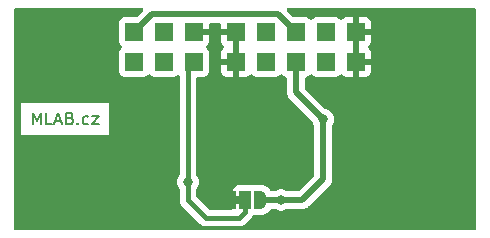
<source format=gbr>
%TF.GenerationSoftware,KiCad,Pcbnew,7.0.5.1-1-g8f565ef7f0-dirty-deb11*%
%TF.CreationDate,2023-07-05T00:47:04+00:00*%
%TF.ProjectId,ALTIMET02,414c5449-4d45-4543-9032-2e6b69636164,rev?*%
%TF.SameCoordinates,Original*%
%TF.FileFunction,Copper,L1,Top*%
%TF.FilePolarity,Positive*%
%FSLAX46Y46*%
G04 Gerber Fmt 4.6, Leading zero omitted, Abs format (unit mm)*
G04 Created by KiCad (PCBNEW 7.0.5.1-1-g8f565ef7f0-dirty-deb11) date 2023-07-05 00:47:04*
%MOMM*%
%LPD*%
G01*
G04 APERTURE LIST*
G04 Aperture macros list*
%AMFreePoly0*
4,1,19,0.550000,-0.750000,0.000000,-0.750000,0.000000,-0.744911,-0.071157,-0.744911,-0.207708,-0.704816,-0.327430,-0.627875,-0.420627,-0.520320,-0.479746,-0.390866,-0.500000,-0.250000,-0.500000,0.250000,-0.479746,0.390866,-0.420627,0.520320,-0.327430,0.627875,-0.207708,0.704816,-0.071157,0.744911,0.000000,0.744911,0.000000,0.750000,0.550000,0.750000,0.550000,-0.750000,0.550000,-0.750000,
$1*%
%AMFreePoly1*
4,1,19,0.000000,0.744911,0.071157,0.744911,0.207708,0.704816,0.327430,0.627875,0.420627,0.520320,0.479746,0.390866,0.500000,0.250000,0.500000,-0.250000,0.479746,-0.390866,0.420627,-0.520320,0.327430,-0.627875,0.207708,-0.704816,0.071157,-0.744911,0.000000,-0.744911,0.000000,-0.750000,-0.550000,-0.750000,-0.550000,0.750000,0.000000,0.750000,0.000000,0.744911,0.000000,0.744911,
$1*%
G04 Aperture macros list end*
%ADD10C,0.150000*%
%TA.AperFunction,NonConductor*%
%ADD11C,0.150000*%
%TD*%
%TA.AperFunction,ComponentPad*%
%ADD12R,1.524000X1.524000*%
%TD*%
%TA.AperFunction,ComponentPad*%
%ADD13C,6.000000*%
%TD*%
%TA.AperFunction,SMDPad,CuDef*%
%ADD14FreePoly0,0.000000*%
%TD*%
%TA.AperFunction,SMDPad,CuDef*%
%ADD15R,1.000000X1.500000*%
%TD*%
%TA.AperFunction,SMDPad,CuDef*%
%ADD16FreePoly1,0.000000*%
%TD*%
%TA.AperFunction,ViaPad*%
%ADD17C,0.800000*%
%TD*%
%TA.AperFunction,Conductor*%
%ADD18C,0.508000*%
%TD*%
%TA.AperFunction,Conductor*%
%ADD19C,0.400000*%
%TD*%
G04 APERTURE END LIST*
D10*
D11*
X114101905Y-107134819D02*
X114101905Y-106134819D01*
X114101905Y-106134819D02*
X114435238Y-106849104D01*
X114435238Y-106849104D02*
X114768571Y-106134819D01*
X114768571Y-106134819D02*
X114768571Y-107134819D01*
X115720952Y-107134819D02*
X115244762Y-107134819D01*
X115244762Y-107134819D02*
X115244762Y-106134819D01*
X116006667Y-106849104D02*
X116482857Y-106849104D01*
X115911429Y-107134819D02*
X116244762Y-106134819D01*
X116244762Y-106134819D02*
X116578095Y-107134819D01*
X117244762Y-106611009D02*
X117387619Y-106658628D01*
X117387619Y-106658628D02*
X117435238Y-106706247D01*
X117435238Y-106706247D02*
X117482857Y-106801485D01*
X117482857Y-106801485D02*
X117482857Y-106944342D01*
X117482857Y-106944342D02*
X117435238Y-107039580D01*
X117435238Y-107039580D02*
X117387619Y-107087200D01*
X117387619Y-107087200D02*
X117292381Y-107134819D01*
X117292381Y-107134819D02*
X116911429Y-107134819D01*
X116911429Y-107134819D02*
X116911429Y-106134819D01*
X116911429Y-106134819D02*
X117244762Y-106134819D01*
X117244762Y-106134819D02*
X117340000Y-106182438D01*
X117340000Y-106182438D02*
X117387619Y-106230057D01*
X117387619Y-106230057D02*
X117435238Y-106325295D01*
X117435238Y-106325295D02*
X117435238Y-106420533D01*
X117435238Y-106420533D02*
X117387619Y-106515771D01*
X117387619Y-106515771D02*
X117340000Y-106563390D01*
X117340000Y-106563390D02*
X117244762Y-106611009D01*
X117244762Y-106611009D02*
X116911429Y-106611009D01*
X117911429Y-107039580D02*
X117959048Y-107087200D01*
X117959048Y-107087200D02*
X117911429Y-107134819D01*
X117911429Y-107134819D02*
X117863810Y-107087200D01*
X117863810Y-107087200D02*
X117911429Y-107039580D01*
X117911429Y-107039580D02*
X117911429Y-107134819D01*
X118816190Y-107087200D02*
X118720952Y-107134819D01*
X118720952Y-107134819D02*
X118530476Y-107134819D01*
X118530476Y-107134819D02*
X118435238Y-107087200D01*
X118435238Y-107087200D02*
X118387619Y-107039580D01*
X118387619Y-107039580D02*
X118340000Y-106944342D01*
X118340000Y-106944342D02*
X118340000Y-106658628D01*
X118340000Y-106658628D02*
X118387619Y-106563390D01*
X118387619Y-106563390D02*
X118435238Y-106515771D01*
X118435238Y-106515771D02*
X118530476Y-106468152D01*
X118530476Y-106468152D02*
X118720952Y-106468152D01*
X118720952Y-106468152D02*
X118816190Y-106515771D01*
X119149524Y-106468152D02*
X119673333Y-106468152D01*
X119673333Y-106468152D02*
X119149524Y-107134819D01*
X119149524Y-107134819D02*
X119673333Y-107134819D01*
%TA.AperFunction,EtchedComponent*%
%TO.C,JP3*%
G36*
X131680000Y-113838000D02*
G01*
X131180000Y-113838000D01*
X131180000Y-113238000D01*
X131680000Y-113238000D01*
X131680000Y-113838000D01*
G37*
%TD.AperFunction*%
%TD*%
D12*
%TO.P,J3,1*%
%TO.N,GND*%
X141478000Y-99314000D03*
%TO.P,J3,2*%
X141478000Y-101854000D03*
%TO.P,J3,3*%
%TO.N,SCLK*%
X138938000Y-99314000D03*
%TO.P,J3,4*%
X138938000Y-101854000D03*
%TO.P,J3,5*%
%TO.N,VDD*%
X136398000Y-99314000D03*
%TO.P,J3,6*%
X136398000Y-101854000D03*
%TO.P,J3,7*%
%TO.N,MOSI{slash}SDA*%
X133858000Y-99314000D03*
%TO.P,J3,8*%
X133858000Y-101854000D03*
%TO.P,J3,9*%
%TO.N,GND*%
X131318000Y-99314000D03*
%TO.P,J3,10*%
X131318000Y-101854000D03*
%TD*%
%TO.P,J2,1*%
%TO.N,MISO*%
X122682000Y-101854000D03*
%TO.P,J2,2*%
%TO.N,VDD*%
X122682000Y-99314000D03*
%TO.P,J2,3*%
%TO.N,SCLK*%
X125222000Y-101854000D03*
%TO.P,J2,4*%
%TO.N,MOSI{slash}SDA*%
X125222000Y-99314000D03*
%TO.P,J2,5*%
%TO.N,CS{slash}A*%
X127762000Y-101854000D03*
%TO.P,J2,6*%
%TO.N,GND*%
X127762000Y-99314000D03*
%TD*%
D13*
%TO.P,H1,1,1*%
%TO.N,GND*%
X147320000Y-111760000D03*
%TD*%
%TO.P,H4,1,1*%
%TO.N,GND*%
X116840000Y-101600000D03*
%TD*%
D14*
%TO.P,JP3,1,A*%
%TO.N,GND*%
X130780000Y-113538000D03*
D15*
%TO.P,JP3,2,C*%
%TO.N,CS{slash}A*%
X132080000Y-113538000D03*
D16*
%TO.P,JP3,3,B*%
%TO.N,VDD*%
X133380000Y-113538000D03*
%TD*%
D13*
%TO.P,H3,1,1*%
%TO.N,GND*%
X147320000Y-101600000D03*
%TD*%
%TO.P,H2,1,1*%
%TO.N,GND*%
X116840000Y-111760000D03*
%TD*%
D17*
%TO.N,VDD*%
X135128000Y-113538000D03*
X138684000Y-106717500D03*
%TO.N,CS{slash}A*%
X127254000Y-112014000D03*
%TO.N,GND*%
X141478000Y-106426000D03*
X135128000Y-107188000D03*
X134112000Y-107188000D03*
X137160000Y-107188000D03*
X129286000Y-113538000D03*
X129286000Y-104648000D03*
X142240000Y-110490000D03*
X137160000Y-109474000D03*
X142748000Y-106426000D03*
X129286000Y-112268000D03*
X133096000Y-107188000D03*
X144018000Y-108712000D03*
X136144000Y-107188000D03*
X128524000Y-113030000D03*
%TD*%
D18*
%TO.N,VDD*%
X136398000Y-104431500D02*
X138684000Y-106717500D01*
X136906000Y-113538000D02*
X135128000Y-113538000D01*
X134874000Y-97790000D02*
X124206000Y-97790000D01*
X124206000Y-97790000D02*
X122682000Y-99314000D01*
X136398000Y-99314000D02*
X134874000Y-97790000D01*
X136398000Y-101854000D02*
X136398000Y-104431500D01*
X138684000Y-106717500D02*
X138684000Y-111760000D01*
X135128000Y-113538000D02*
X133380000Y-113538000D01*
X138684000Y-111760000D02*
X136906000Y-113538000D01*
D19*
%TO.N,CS{slash}A*%
X132080000Y-113538000D02*
X132080000Y-114554000D01*
X127254000Y-112014000D02*
X127254000Y-102362000D01*
X127254000Y-113538000D02*
X127254000Y-112014000D01*
X131572000Y-115062000D02*
X128778000Y-115062000D01*
X127254000Y-102362000D02*
X127762000Y-101854000D01*
X132080000Y-114554000D02*
X131572000Y-115062000D01*
X128778000Y-115062000D02*
X127254000Y-113538000D01*
%TD*%
%TA.AperFunction,Conductor*%
%TO.N,GND*%
G36*
X123399591Y-97302002D02*
G01*
X123446084Y-97355658D01*
X123456188Y-97425932D01*
X123426694Y-97490512D01*
X123420566Y-97497095D01*
X122911067Y-98006595D01*
X122848754Y-98040620D01*
X122821971Y-98043500D01*
X121871350Y-98043500D01*
X121810803Y-98050009D01*
X121810795Y-98050011D01*
X121673797Y-98101110D01*
X121673792Y-98101112D01*
X121556738Y-98188738D01*
X121469112Y-98305792D01*
X121469110Y-98305797D01*
X121418011Y-98442795D01*
X121418009Y-98442803D01*
X121411500Y-98503350D01*
X121411500Y-100124649D01*
X121418009Y-100185196D01*
X121418011Y-100185204D01*
X121469110Y-100322202D01*
X121469112Y-100322207D01*
X121556739Y-100439261D01*
X121615343Y-100483133D01*
X121657889Y-100539969D01*
X121662953Y-100610784D01*
X121628928Y-100673096D01*
X121615343Y-100684867D01*
X121556739Y-100728738D01*
X121469112Y-100845792D01*
X121469110Y-100845797D01*
X121418011Y-100982795D01*
X121418009Y-100982803D01*
X121411500Y-101043350D01*
X121411500Y-102664649D01*
X121418009Y-102725196D01*
X121418011Y-102725204D01*
X121469110Y-102862202D01*
X121469112Y-102862207D01*
X121556738Y-102979261D01*
X121673792Y-103066887D01*
X121673794Y-103066888D01*
X121673796Y-103066889D01*
X121715857Y-103082577D01*
X121810795Y-103117988D01*
X121810803Y-103117990D01*
X121871350Y-103124499D01*
X121871355Y-103124499D01*
X121871362Y-103124500D01*
X121871368Y-103124500D01*
X123492632Y-103124500D01*
X123492638Y-103124500D01*
X123492645Y-103124499D01*
X123492649Y-103124499D01*
X123553196Y-103117990D01*
X123553199Y-103117989D01*
X123553201Y-103117989D01*
X123690204Y-103066889D01*
X123690799Y-103066444D01*
X123749913Y-103022191D01*
X123807261Y-102979261D01*
X123851131Y-102920656D01*
X123907966Y-102878111D01*
X123978781Y-102873045D01*
X124041094Y-102907070D01*
X124052866Y-102920656D01*
X124096737Y-102979260D01*
X124213792Y-103066887D01*
X124213794Y-103066888D01*
X124213796Y-103066889D01*
X124255857Y-103082577D01*
X124350795Y-103117988D01*
X124350803Y-103117990D01*
X124411350Y-103124499D01*
X124411355Y-103124499D01*
X124411362Y-103124500D01*
X124411368Y-103124500D01*
X126032632Y-103124500D01*
X126032638Y-103124500D01*
X126032645Y-103124499D01*
X126032649Y-103124499D01*
X126093196Y-103117990D01*
X126093199Y-103117989D01*
X126093201Y-103117989D01*
X126230204Y-103066889D01*
X126230799Y-103066444D01*
X126343991Y-102981709D01*
X126410511Y-102956898D01*
X126479885Y-102971989D01*
X126530087Y-103022191D01*
X126545500Y-103082577D01*
X126545499Y-111394770D01*
X126525497Y-111462891D01*
X126518791Y-111471676D01*
X126518842Y-111471713D01*
X126514957Y-111477059D01*
X126419476Y-111642438D01*
X126419473Y-111642445D01*
X126360457Y-111824072D01*
X126340496Y-112013999D01*
X126360457Y-112203927D01*
X126386437Y-112283883D01*
X126419473Y-112385556D01*
X126419476Y-112385561D01*
X126514958Y-112550941D01*
X126518843Y-112556288D01*
X126517233Y-112557457D01*
X126543853Y-112612925D01*
X126545500Y-112633229D01*
X126545500Y-113514685D01*
X126545385Y-113518490D01*
X126541598Y-113581092D01*
X126552902Y-113642782D01*
X126553475Y-113646544D01*
X126561033Y-113708794D01*
X126561034Y-113708798D01*
X126564650Y-113718333D01*
X126570771Y-113740289D01*
X126572612Y-113750332D01*
X126598353Y-113807528D01*
X126599809Y-113811043D01*
X126613334Y-113846705D01*
X126622046Y-113869675D01*
X126627840Y-113878069D01*
X126639035Y-113897919D01*
X126643223Y-113907222D01*
X126643225Y-113907226D01*
X126667449Y-113938146D01*
X126681899Y-113956590D01*
X126684154Y-113959655D01*
X126717775Y-114008361D01*
X126719785Y-114011273D01*
X126766740Y-114052871D01*
X126769486Y-114055456D01*
X128260541Y-115546512D01*
X128263127Y-115549258D01*
X128304727Y-115596215D01*
X128327604Y-115612006D01*
X128356342Y-115631844D01*
X128359406Y-115634098D01*
X128377051Y-115647921D01*
X128408774Y-115672774D01*
X128408777Y-115672775D01*
X128408778Y-115672776D01*
X128418065Y-115676956D01*
X128437927Y-115688157D01*
X128446325Y-115693954D01*
X128504992Y-115716203D01*
X128508458Y-115717639D01*
X128565670Y-115743388D01*
X128575696Y-115745225D01*
X128597662Y-115751347D01*
X128607199Y-115754965D01*
X128669473Y-115762525D01*
X128673216Y-115763095D01*
X128734907Y-115774401D01*
X128797502Y-115770614D01*
X128801302Y-115770500D01*
X131548685Y-115770500D01*
X131552488Y-115770614D01*
X131615093Y-115774402D01*
X131676812Y-115763091D01*
X131680525Y-115762526D01*
X131742801Y-115754965D01*
X131752330Y-115751350D01*
X131774304Y-115745226D01*
X131784329Y-115743389D01*
X131841552Y-115717634D01*
X131845009Y-115716202D01*
X131903675Y-115693954D01*
X131912066Y-115688161D01*
X131931922Y-115676961D01*
X131941226Y-115672775D01*
X131990636Y-115634063D01*
X131993621Y-115631867D01*
X132045273Y-115596215D01*
X132086887Y-115549240D01*
X132089456Y-115546512D01*
X132564519Y-115071450D01*
X132567247Y-115068881D01*
X132614215Y-115027273D01*
X132649844Y-114975655D01*
X132652095Y-114972596D01*
X132690774Y-114923226D01*
X132694958Y-114913928D01*
X132706159Y-114894069D01*
X132711954Y-114885675D01*
X132712950Y-114883047D01*
X132714196Y-114881402D01*
X132715496Y-114878926D01*
X132715907Y-114879142D01*
X132755810Y-114826446D01*
X132822466Y-114802002D01*
X132830762Y-114801729D01*
X133451886Y-114801729D01*
X133451889Y-114801729D01*
X133596622Y-114780920D01*
X133734577Y-114740413D01*
X133867586Y-114679670D01*
X133988540Y-114601938D01*
X133988544Y-114601935D01*
X134099051Y-114506179D01*
X134193205Y-114397518D01*
X134203141Y-114382056D01*
X134218359Y-114358379D01*
X134272015Y-114311886D01*
X134324356Y-114300500D01*
X134590919Y-114300500D01*
X134659040Y-114320502D01*
X134664972Y-114324558D01*
X134671248Y-114329118D01*
X134845712Y-114406794D01*
X135032513Y-114446500D01*
X135223487Y-114446500D01*
X135410288Y-114406794D01*
X135584752Y-114329118D01*
X135591021Y-114324562D01*
X135657889Y-114300705D01*
X135665081Y-114300500D01*
X136841272Y-114300500D01*
X136859532Y-114301830D01*
X136861741Y-114302153D01*
X136883672Y-114305366D01*
X136917105Y-114302440D01*
X136936555Y-114300740D01*
X136942048Y-114300500D01*
X136950414Y-114300500D01*
X136982590Y-114296739D01*
X136984414Y-114296552D01*
X137061240Y-114289831D01*
X137061246Y-114289828D01*
X137068425Y-114288347D01*
X137068437Y-114288407D01*
X137075914Y-114286749D01*
X137075900Y-114286690D01*
X137083027Y-114284999D01*
X137083042Y-114284998D01*
X137155580Y-114258596D01*
X137157186Y-114258038D01*
X137230440Y-114233765D01*
X137230443Y-114233762D01*
X137237090Y-114230664D01*
X137237116Y-114230720D01*
X137244003Y-114227386D01*
X137243976Y-114227331D01*
X137250534Y-114224036D01*
X137250534Y-114224035D01*
X137250539Y-114224034D01*
X137315021Y-114181622D01*
X137316448Y-114180713D01*
X137382149Y-114140188D01*
X137382149Y-114140187D01*
X137387909Y-114135634D01*
X137387947Y-114135682D01*
X137393874Y-114130855D01*
X137393834Y-114130807D01*
X137399452Y-114126091D01*
X137399462Y-114126085D01*
X137452425Y-114069945D01*
X137453624Y-114068711D01*
X139177401Y-112344935D01*
X139191240Y-112332975D01*
X139210822Y-112318398D01*
X139244952Y-112277721D01*
X139248651Y-112273685D01*
X139254573Y-112267765D01*
X139274727Y-112242274D01*
X139275807Y-112240949D01*
X139325396Y-112181853D01*
X139325396Y-112181851D01*
X139325399Y-112181849D01*
X139329430Y-112175720D01*
X139329483Y-112175755D01*
X139333595Y-112169300D01*
X139333541Y-112169267D01*
X139337387Y-112163029D01*
X139337395Y-112163020D01*
X139370032Y-112093027D01*
X139370755Y-112091535D01*
X139405394Y-112022566D01*
X139405395Y-112022563D01*
X139407907Y-112015663D01*
X139407965Y-112015684D01*
X139410477Y-112008455D01*
X139410417Y-112008435D01*
X139412721Y-112001480D01*
X139412725Y-112001473D01*
X139428327Y-111925904D01*
X139428693Y-111924253D01*
X139446500Y-111849123D01*
X139446500Y-111849122D01*
X139447352Y-111841835D01*
X139447411Y-111841842D01*
X139448190Y-111834225D01*
X139448129Y-111834220D01*
X139448767Y-111826917D01*
X139448769Y-111826908D01*
X139447421Y-111780577D01*
X139446527Y-111749814D01*
X139446500Y-111747982D01*
X139446500Y-107247571D01*
X139463381Y-107184571D01*
X139518527Y-107089056D01*
X139577542Y-106907428D01*
X139597504Y-106717500D01*
X139577542Y-106527572D01*
X139518527Y-106345944D01*
X139423040Y-106180556D01*
X139423038Y-106180554D01*
X139423034Y-106180548D01*
X139295255Y-106038635D01*
X139140752Y-105926382D01*
X138966288Y-105848706D01*
X138910411Y-105836828D01*
X138847938Y-105803099D01*
X138847515Y-105802677D01*
X137197405Y-104152566D01*
X137163379Y-104090254D01*
X137160500Y-104063471D01*
X137160500Y-103242855D01*
X137180502Y-103174734D01*
X137234158Y-103128241D01*
X137261733Y-103120679D01*
X137261526Y-103119803D01*
X137269198Y-103117989D01*
X137269201Y-103117989D01*
X137406204Y-103066889D01*
X137406799Y-103066444D01*
X137523261Y-102979261D01*
X137567132Y-102920657D01*
X137623968Y-102878110D01*
X137694784Y-102873046D01*
X137757096Y-102907071D01*
X137768868Y-102920657D01*
X137812738Y-102979261D01*
X137929792Y-103066887D01*
X137929794Y-103066888D01*
X137929796Y-103066889D01*
X137971857Y-103082577D01*
X138066795Y-103117988D01*
X138066803Y-103117990D01*
X138127350Y-103124499D01*
X138127355Y-103124499D01*
X138127362Y-103124500D01*
X138127368Y-103124500D01*
X139748632Y-103124500D01*
X139748638Y-103124500D01*
X139748645Y-103124499D01*
X139748649Y-103124499D01*
X139809196Y-103117990D01*
X139809199Y-103117989D01*
X139809201Y-103117989D01*
X139946204Y-103066889D01*
X139946799Y-103066444D01*
X140063261Y-102979261D01*
X140107444Y-102920240D01*
X140164280Y-102877693D01*
X140235095Y-102872629D01*
X140297408Y-102906654D01*
X140309180Y-102920240D01*
X140353095Y-102978904D01*
X140470034Y-103066444D01*
X140606906Y-103117494D01*
X140667402Y-103123999D01*
X140667415Y-103124000D01*
X141224000Y-103124000D01*
X141224000Y-102218805D01*
X141282960Y-102259004D01*
X141411002Y-102298500D01*
X141511312Y-102298500D01*
X141610499Y-102283550D01*
X141731224Y-102225412D01*
X141732000Y-102224691D01*
X141732000Y-103124000D01*
X142288585Y-103124000D01*
X142288597Y-103123999D01*
X142349093Y-103117494D01*
X142485964Y-103066444D01*
X142485965Y-103066444D01*
X142602904Y-102978904D01*
X142690444Y-102861965D01*
X142690444Y-102861964D01*
X142741494Y-102725093D01*
X142747999Y-102664597D01*
X142748000Y-102664585D01*
X142748000Y-102108000D01*
X141844618Y-102108000D01*
X141896447Y-102018228D01*
X141926264Y-101887593D01*
X141916251Y-101753972D01*
X141867297Y-101629240D01*
X141843979Y-101600000D01*
X142748000Y-101600000D01*
X142748000Y-101043414D01*
X142747999Y-101043402D01*
X142741494Y-100982906D01*
X142690444Y-100846035D01*
X142690444Y-100846034D01*
X142602904Y-100729095D01*
X142543823Y-100684868D01*
X142501276Y-100628032D01*
X142496212Y-100557217D01*
X142530237Y-100494904D01*
X142543823Y-100483132D01*
X142602904Y-100438904D01*
X142690444Y-100321965D01*
X142690444Y-100321964D01*
X142741494Y-100185093D01*
X142747999Y-100124597D01*
X142748000Y-100124585D01*
X142748000Y-99568000D01*
X141844618Y-99568000D01*
X141896447Y-99478228D01*
X141926264Y-99347593D01*
X141916251Y-99213972D01*
X141867297Y-99089240D01*
X141843979Y-99060000D01*
X142748000Y-99060000D01*
X142748000Y-98503414D01*
X142747999Y-98503402D01*
X142741494Y-98442906D01*
X142690444Y-98306035D01*
X142690444Y-98306034D01*
X142602904Y-98189095D01*
X142485965Y-98101555D01*
X142349093Y-98050505D01*
X142288597Y-98044000D01*
X141732000Y-98044000D01*
X141732000Y-98949194D01*
X141673040Y-98908996D01*
X141544998Y-98869500D01*
X141444688Y-98869500D01*
X141345501Y-98884450D01*
X141224776Y-98942588D01*
X141224000Y-98943308D01*
X141224000Y-98044000D01*
X140667402Y-98044000D01*
X140606906Y-98050505D01*
X140470035Y-98101555D01*
X140470034Y-98101555D01*
X140353095Y-98189096D01*
X140309179Y-98247760D01*
X140252343Y-98290306D01*
X140181527Y-98295370D01*
X140119216Y-98261345D01*
X140107444Y-98247760D01*
X140063527Y-98189095D01*
X140063261Y-98188739D01*
X140063259Y-98188738D01*
X140063259Y-98188737D01*
X139946207Y-98101112D01*
X139946202Y-98101110D01*
X139809204Y-98050011D01*
X139809196Y-98050009D01*
X139748649Y-98043500D01*
X139748638Y-98043500D01*
X138127362Y-98043500D01*
X138127350Y-98043500D01*
X138066803Y-98050009D01*
X138066795Y-98050011D01*
X137929797Y-98101110D01*
X137929792Y-98101112D01*
X137812738Y-98188739D01*
X137768867Y-98247343D01*
X137712031Y-98289889D01*
X137641216Y-98294953D01*
X137578904Y-98260928D01*
X137567133Y-98247343D01*
X137523261Y-98188739D01*
X137406207Y-98101112D01*
X137406202Y-98101110D01*
X137269204Y-98050011D01*
X137269196Y-98050009D01*
X137208649Y-98043500D01*
X137208638Y-98043500D01*
X136258028Y-98043500D01*
X136189907Y-98023498D01*
X136168933Y-98006595D01*
X135659433Y-97497095D01*
X135625407Y-97434783D01*
X135630472Y-97363968D01*
X135673019Y-97307132D01*
X135739539Y-97282321D01*
X135748528Y-97282000D01*
X151512000Y-97282000D01*
X151580121Y-97302002D01*
X151626614Y-97355658D01*
X151638000Y-97408000D01*
X151638000Y-115952000D01*
X151617998Y-116020121D01*
X151564342Y-116066614D01*
X151512000Y-116078000D01*
X112648000Y-116078000D01*
X112579879Y-116057998D01*
X112533386Y-116004342D01*
X112522000Y-115952000D01*
X112522000Y-105341143D01*
X113124953Y-105341143D01*
X113124953Y-108018857D01*
X120555048Y-108018857D01*
X120555048Y-105341143D01*
X113124953Y-105341143D01*
X112522000Y-105341143D01*
X112522000Y-97408000D01*
X112542002Y-97339879D01*
X112595658Y-97293386D01*
X112648000Y-97282000D01*
X123331470Y-97282000D01*
X123399591Y-97302002D01*
G37*
%TD.AperFunction*%
%TA.AperFunction,Conductor*%
G36*
X129990121Y-98572502D02*
G01*
X130036614Y-98626158D01*
X130048000Y-98678500D01*
X130048000Y-99060000D01*
X130951382Y-99060000D01*
X130899553Y-99149772D01*
X130869736Y-99280407D01*
X130879749Y-99414028D01*
X130928703Y-99538760D01*
X130952021Y-99568000D01*
X130048000Y-99568000D01*
X130048000Y-100124597D01*
X130054505Y-100185093D01*
X130105555Y-100321964D01*
X130105555Y-100321965D01*
X130193095Y-100438904D01*
X130252176Y-100483131D01*
X130294723Y-100539966D01*
X130299788Y-100610782D01*
X130265763Y-100673094D01*
X130252178Y-100684866D01*
X130193095Y-100729096D01*
X130105555Y-100846034D01*
X130105555Y-100846035D01*
X130054505Y-100982906D01*
X130048000Y-101043402D01*
X130048000Y-101600000D01*
X130951382Y-101600000D01*
X130899553Y-101689772D01*
X130869736Y-101820407D01*
X130879749Y-101954028D01*
X130928703Y-102078760D01*
X130952021Y-102108000D01*
X130048000Y-102108000D01*
X130048000Y-102664597D01*
X130054505Y-102725093D01*
X130105555Y-102861964D01*
X130105555Y-102861965D01*
X130193095Y-102978904D01*
X130310034Y-103066444D01*
X130446906Y-103117494D01*
X130507402Y-103123999D01*
X130507415Y-103124000D01*
X131064000Y-103124000D01*
X131064000Y-102218805D01*
X131122960Y-102259004D01*
X131251002Y-102298500D01*
X131351312Y-102298500D01*
X131450499Y-102283550D01*
X131571224Y-102225412D01*
X131572000Y-102224691D01*
X131572000Y-103124000D01*
X132128585Y-103124000D01*
X132128597Y-103123999D01*
X132189093Y-103117494D01*
X132325964Y-103066444D01*
X132325965Y-103066444D01*
X132442903Y-102978904D01*
X132486818Y-102920241D01*
X132543654Y-102877694D01*
X132614469Y-102872628D01*
X132676782Y-102906653D01*
X132688554Y-102920239D01*
X132732738Y-102979260D01*
X132849792Y-103066887D01*
X132849794Y-103066888D01*
X132849796Y-103066889D01*
X132891857Y-103082577D01*
X132986795Y-103117988D01*
X132986803Y-103117990D01*
X133047350Y-103124499D01*
X133047355Y-103124499D01*
X133047362Y-103124500D01*
X133047368Y-103124500D01*
X134668632Y-103124500D01*
X134668638Y-103124500D01*
X134668645Y-103124499D01*
X134668649Y-103124499D01*
X134729196Y-103117990D01*
X134729199Y-103117989D01*
X134729201Y-103117989D01*
X134866204Y-103066889D01*
X134866799Y-103066444D01*
X134983261Y-102979261D01*
X135027132Y-102920657D01*
X135083968Y-102878110D01*
X135154784Y-102873046D01*
X135217096Y-102907071D01*
X135228868Y-102920657D01*
X135272738Y-102979261D01*
X135389792Y-103066887D01*
X135389794Y-103066888D01*
X135389796Y-103066889D01*
X135431857Y-103082577D01*
X135526795Y-103117988D01*
X135534474Y-103119803D01*
X135533926Y-103122120D01*
X135588542Y-103144731D01*
X135629044Y-103203041D01*
X135635500Y-103242855D01*
X135635500Y-104366771D01*
X135634170Y-104385030D01*
X135630634Y-104409168D01*
X135630634Y-104409173D01*
X135635260Y-104462055D01*
X135635500Y-104467548D01*
X135635500Y-104475918D01*
X135639262Y-104508105D01*
X135639448Y-104509925D01*
X135646168Y-104586737D01*
X135647652Y-104593923D01*
X135647593Y-104593935D01*
X135649251Y-104601416D01*
X135649310Y-104601403D01*
X135651002Y-104608543D01*
X135677383Y-104681027D01*
X135677984Y-104682756D01*
X135702234Y-104755938D01*
X135705335Y-104762588D01*
X135705280Y-104762613D01*
X135708619Y-104769510D01*
X135708673Y-104769483D01*
X135711964Y-104776037D01*
X135754353Y-104840487D01*
X135755337Y-104842031D01*
X135795812Y-104907649D01*
X135795813Y-104907650D01*
X135795815Y-104907653D01*
X135800362Y-104913403D01*
X135800314Y-104913440D01*
X135805154Y-104919381D01*
X135805200Y-104919343D01*
X135809914Y-104924962D01*
X135866042Y-104977915D01*
X135867320Y-104979157D01*
X137415734Y-106527572D01*
X137766597Y-106878435D01*
X137797334Y-106928592D01*
X137849473Y-107089056D01*
X137849476Y-107089061D01*
X137904619Y-107184571D01*
X137921500Y-107247571D01*
X137921500Y-111391972D01*
X137901498Y-111460093D01*
X137884595Y-111481067D01*
X136627067Y-112738595D01*
X136564755Y-112772621D01*
X136537972Y-112775500D01*
X135665081Y-112775500D01*
X135596960Y-112755498D01*
X135591021Y-112751437D01*
X135584752Y-112746882D01*
X135410288Y-112669206D01*
X135223487Y-112629500D01*
X135032513Y-112629500D01*
X134845711Y-112669206D01*
X134671248Y-112746882D01*
X134664979Y-112751437D01*
X134598111Y-112775295D01*
X134590919Y-112775500D01*
X134324356Y-112775500D01*
X134256235Y-112755498D01*
X134218359Y-112717621D01*
X134193209Y-112678488D01*
X134193203Y-112678480D01*
X134153993Y-112633229D01*
X134100505Y-112571499D01*
X134099791Y-112570614D01*
X134099047Y-112569816D01*
X133988542Y-112474064D01*
X133988543Y-112474064D01*
X133988540Y-112474062D01*
X133911790Y-112424738D01*
X133867587Y-112396330D01*
X133734576Y-112335586D01*
X133596630Y-112295082D01*
X133596625Y-112295080D01*
X133596622Y-112295080D01*
X133451889Y-112274271D01*
X132830000Y-112274271D01*
X132775166Y-112278192D01*
X132756887Y-112279500D01*
X132746421Y-112282573D01*
X132697357Y-112283883D01*
X132697038Y-112286853D01*
X132628649Y-112279500D01*
X132628638Y-112279500D01*
X131531362Y-112279500D01*
X131531350Y-112279500D01*
X131470803Y-112286009D01*
X131470795Y-112286011D01*
X131333797Y-112337110D01*
X131333792Y-112337112D01*
X131216738Y-112424738D01*
X131129112Y-112541792D01*
X131129110Y-112541797D01*
X131078011Y-112678795D01*
X131078009Y-112678803D01*
X131071500Y-112739350D01*
X131071500Y-114227500D01*
X131051498Y-114295621D01*
X130997842Y-114342114D01*
X130945500Y-114353500D01*
X129123661Y-114353500D01*
X129055540Y-114333498D01*
X129034566Y-114316595D01*
X127999405Y-113281434D01*
X127965379Y-113219122D01*
X127962500Y-113192339D01*
X127962500Y-112633229D01*
X127982502Y-112565108D01*
X127989208Y-112556325D01*
X127989157Y-112556288D01*
X127993033Y-112550950D01*
X127993040Y-112550944D01*
X128088527Y-112385556D01*
X128147542Y-112203928D01*
X128167504Y-112014000D01*
X128147542Y-111824072D01*
X128088527Y-111642444D01*
X127993040Y-111477056D01*
X127993039Y-111477054D01*
X127989158Y-111471713D01*
X127990763Y-111470546D01*
X127964144Y-111415055D01*
X127962500Y-111394770D01*
X127962500Y-103250500D01*
X127982502Y-103182379D01*
X128036158Y-103135886D01*
X128088500Y-103124500D01*
X128572632Y-103124500D01*
X128572638Y-103124500D01*
X128572645Y-103124499D01*
X128572649Y-103124499D01*
X128633196Y-103117990D01*
X128633199Y-103117989D01*
X128633201Y-103117989D01*
X128770204Y-103066889D01*
X128770799Y-103066444D01*
X128887261Y-102979261D01*
X128974887Y-102862207D01*
X128974887Y-102862206D01*
X128974889Y-102862204D01*
X129025989Y-102725201D01*
X129032500Y-102664638D01*
X129032500Y-101043362D01*
X129026001Y-100982906D01*
X129025990Y-100982803D01*
X129025988Y-100982795D01*
X128974978Y-100846035D01*
X128974889Y-100845796D01*
X128974888Y-100845794D01*
X128974887Y-100845792D01*
X128887527Y-100729094D01*
X128887261Y-100728739D01*
X128887260Y-100728738D01*
X128828239Y-100684554D01*
X128785693Y-100627718D01*
X128780629Y-100556902D01*
X128814654Y-100494591D01*
X128828241Y-100482818D01*
X128886904Y-100438903D01*
X128974444Y-100321965D01*
X128974444Y-100321964D01*
X129025494Y-100185093D01*
X129031999Y-100124597D01*
X129032000Y-100124585D01*
X129032000Y-99568000D01*
X128128618Y-99568000D01*
X128180447Y-99478228D01*
X128210264Y-99347593D01*
X128200251Y-99213972D01*
X128151297Y-99089240D01*
X128127979Y-99060000D01*
X129032000Y-99060000D01*
X129032000Y-98678500D01*
X129052002Y-98610379D01*
X129105658Y-98563886D01*
X129158000Y-98552500D01*
X129922000Y-98552500D01*
X129990121Y-98572502D01*
G37*
%TD.AperFunction*%
%TA.AperFunction,Conductor*%
G36*
X131122960Y-99719004D02*
G01*
X131251002Y-99758500D01*
X131351312Y-99758500D01*
X131450499Y-99743550D01*
X131571224Y-99685412D01*
X131572000Y-99684691D01*
X131572000Y-101489194D01*
X131513040Y-101448996D01*
X131384998Y-101409500D01*
X131284688Y-101409500D01*
X131185501Y-101424450D01*
X131064776Y-101482588D01*
X131064000Y-101483308D01*
X131064000Y-99678805D01*
X131122960Y-99719004D01*
G37*
%TD.AperFunction*%
%TA.AperFunction,Conductor*%
G36*
X141282960Y-99719004D02*
G01*
X141411002Y-99758500D01*
X141511312Y-99758500D01*
X141610499Y-99743550D01*
X141731224Y-99685412D01*
X141732000Y-99684691D01*
X141732000Y-101489194D01*
X141673040Y-101448996D01*
X141544998Y-101409500D01*
X141444688Y-101409500D01*
X141345501Y-101424450D01*
X141224776Y-101482588D01*
X141224000Y-101483308D01*
X141224000Y-99678805D01*
X141282960Y-99719004D01*
G37*
%TD.AperFunction*%
%TD*%
M02*

</source>
